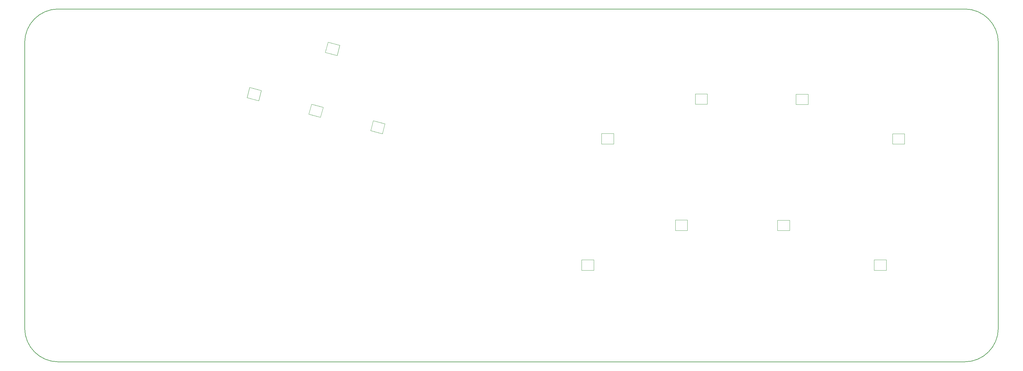
<source format=gbr>
G04 #@! TF.GenerationSoftware,KiCad,Pcbnew,(5.1.9)-1*
G04 #@! TF.CreationDate,2021-03-21T07:55:49-07:00*
G04 #@! TF.ProjectId,keefighter,6b656566-6967-4687-9465-722e6b696361,rev?*
G04 #@! TF.SameCoordinates,Original*
G04 #@! TF.FileFunction,Profile,NP*
%FSLAX46Y46*%
G04 Gerber Fmt 4.6, Leading zero omitted, Abs format (unit mm)*
G04 Created by KiCad (PCBNEW (5.1.9)-1) date 2021-03-21 07:55:49*
%MOMM*%
%LPD*%
G01*
G04 APERTURE LIST*
G04 #@! TA.AperFunction,Profile*
%ADD10C,0.200000*%
G04 #@! TD*
G04 #@! TA.AperFunction,Profile*
%ADD11C,0.120000*%
G04 #@! TD*
G04 APERTURE END LIST*
D10*
X357792882Y-173878972D02*
X357792883Y-88878972D01*
X77792883Y-183878972D02*
X347792883Y-183878972D01*
X347792883Y-78878972D02*
G75*
G02*
X357792883Y-88878972I0J-10000000D01*
G01*
X67792883Y-88878972D02*
X67792883Y-173878972D01*
X77792883Y-183878972D02*
G75*
G02*
X67792883Y-173878972I0J10000000D01*
G01*
X357792882Y-173878973D02*
G75*
G02*
X347792883Y-183878972I-9999999J0D01*
G01*
X67792883Y-88878972D02*
G75*
G02*
X77792883Y-78878972I10000000J0D01*
G01*
X347792883Y-78878972D02*
X77792883Y-78878972D01*
D11*
X239616508Y-119054772D02*
X239616508Y-115954772D01*
X239616508Y-115954772D02*
X243216508Y-115954772D01*
X243216508Y-115954772D02*
X243216508Y-119054772D01*
X243216508Y-119054772D02*
X239616508Y-119054772D01*
X157335369Y-91751934D02*
X158137708Y-88757564D01*
X158137708Y-88757564D02*
X161615041Y-89689312D01*
X161615041Y-89689312D02*
X160812702Y-92683682D01*
X160812702Y-92683682D02*
X157335369Y-91751934D01*
X137481312Y-106154066D02*
X134003979Y-105222318D01*
X138283651Y-103159696D02*
X137481312Y-106154066D01*
X134806318Y-102227948D02*
X138283651Y-103159696D01*
X134003979Y-105222318D02*
X134806318Y-102227948D01*
X174283086Y-116015072D02*
X170805753Y-115083324D01*
X175085425Y-113020702D02*
X174283086Y-116015072D01*
X171608092Y-112088954D02*
X175085425Y-113020702D01*
X170805753Y-115083324D02*
X171608092Y-112088954D01*
X233685241Y-156620616D02*
X233685241Y-153520616D01*
X233685241Y-153520616D02*
X237285241Y-153520616D01*
X237285241Y-153520616D02*
X237285241Y-156620616D01*
X237285241Y-156620616D02*
X233685241Y-156620616D01*
X265185746Y-144746433D02*
X261585746Y-144746433D01*
X265185746Y-141646433D02*
X265185746Y-144746433D01*
X261585746Y-141646433D02*
X265185746Y-141646433D01*
X261585746Y-144746433D02*
X261585746Y-141646433D01*
X295626194Y-144824564D02*
X292026194Y-144824564D01*
X295626194Y-141724564D02*
X295626194Y-144824564D01*
X292026194Y-141724564D02*
X295626194Y-141724564D01*
X292026194Y-144824564D02*
X292026194Y-141724564D01*
X324395820Y-156620461D02*
X320795820Y-156620461D01*
X324395820Y-153520461D02*
X324395820Y-156620461D01*
X320795820Y-153520461D02*
X324395820Y-153520461D01*
X320795820Y-156620461D02*
X320795820Y-153520461D01*
X326274618Y-119069621D02*
X326274618Y-115969621D01*
X326274618Y-115969621D02*
X329874618Y-115969621D01*
X329874618Y-115969621D02*
X329874618Y-119069621D01*
X329874618Y-119069621D02*
X326274618Y-119069621D01*
X301124162Y-107297086D02*
X297524162Y-107297086D01*
X301124162Y-104197086D02*
X301124162Y-107297086D01*
X297524162Y-104197086D02*
X301124162Y-104197086D01*
X297524162Y-107297086D02*
X297524162Y-104197086D01*
X267520580Y-107231339D02*
X267520580Y-104131339D01*
X267520580Y-104131339D02*
X271120580Y-104131339D01*
X271120580Y-104131339D02*
X271120580Y-107231339D01*
X271120580Y-107231339D02*
X267520580Y-107231339D01*
X152404866Y-110152821D02*
X153207205Y-107158451D01*
X153207205Y-107158451D02*
X156684538Y-108090199D01*
X156684538Y-108090199D02*
X155882199Y-111084569D01*
X155882199Y-111084569D02*
X152404866Y-110152821D01*
M02*

</source>
